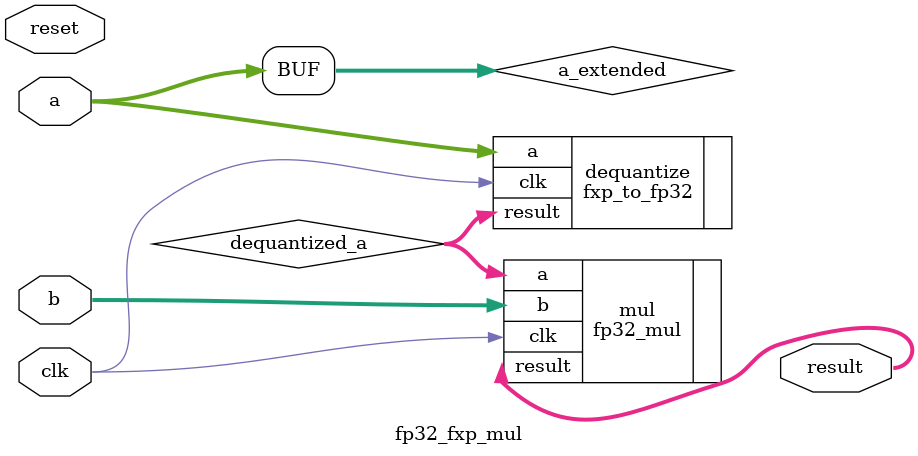
<source format=v>
module fp32_fxp_mul #(
  parameter integer  FXP_WIDTH                        = 32
) (
  input  wire                                         clk,
  input  wire                                         reset,
  input  wire  [ 32                   -1 : 0 ]        a,
  input  wire  [ FXP_WIDTH            -1 : 0 ]        b,
  output wire  [ 32                   -1 : 0 ]        result
);

  wire signed [31:0] a_extended = $signed(a);
  wire [31:0] dequantized_a;
  
  fxp_to_fp32 dequantize(.clk(clk), .a(a), .result(dequantized_a));  
  fp32_mul mul (.clk(clk), .a(dequantized_a), .b(b), .result(result));

endmodule
</source>
